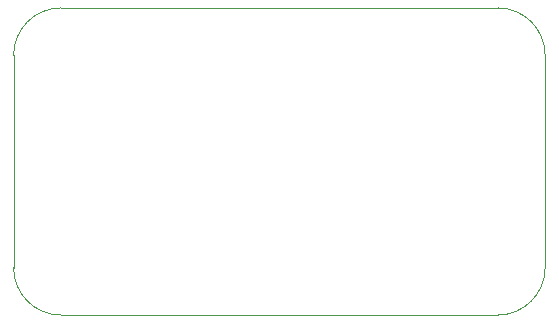
<source format=gbr>
G04 #@! TF.GenerationSoftware,KiCad,Pcbnew,(5.1.2-1)-1*
G04 #@! TF.CreationDate,2020-04-26T15:35:38+02:00*
G04 #@! TF.ProjectId,USB-C-USB-3.2,5553422d-432d-4555-9342-2d332e322e6b,rev?*
G04 #@! TF.SameCoordinates,Original*
G04 #@! TF.FileFunction,Profile,NP*
%FSLAX46Y46*%
G04 Gerber Fmt 4.6, Leading zero omitted, Abs format (unit mm)*
G04 Created by KiCad (PCBNEW (5.1.2-1)-1) date 2020-04-26 15:35:38*
%MOMM*%
%LPD*%
G04 APERTURE LIST*
%ADD10C,0.050000*%
G04 APERTURE END LIST*
D10*
X100950000Y-57000000D02*
G75*
G02X104950000Y-61000000I0J-4000000D01*
G01*
X59950000Y-61000000D02*
G75*
G02X63950000Y-57000000I4000000J0D01*
G01*
X63950000Y-83000000D02*
G75*
G02X59950000Y-79000000I0J4000000D01*
G01*
X104950000Y-79000000D02*
G75*
G02X100950000Y-83000000I-4000000J0D01*
G01*
X63950000Y-83000000D02*
X100950000Y-83000000D01*
X59950000Y-61000000D02*
X59950000Y-79000000D01*
X100950000Y-57000000D02*
X63950000Y-57000000D01*
X104950000Y-79000000D02*
X104950000Y-61000000D01*
M02*

</source>
